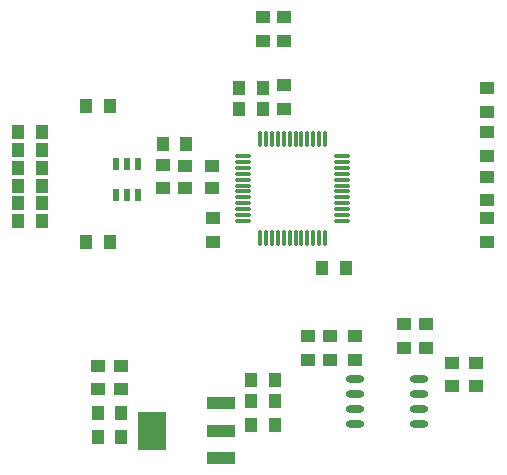
<source format=gtp>
G04 Layer_Color=8421504*
%FSLAX25Y25*%
%MOIN*%
G70*
G01*
G75*
%ADD10R,0.04921X0.03937*%
%ADD11O,0.05512X0.01181*%
%ADD12O,0.01181X0.05512*%
%ADD13R,0.09449X0.12992*%
%ADD14R,0.09449X0.03937*%
%ADD15R,0.05118X0.04134*%
%ADD16R,0.03937X0.04921*%
%ADD17R,0.02362X0.04331*%
G04:AMPARAMS|DCode=18|XSize=61.02mil|YSize=23.62mil|CornerRadius=11.81mil|HoleSize=0mil|Usage=FLASHONLY|Rotation=180.000|XOffset=0mil|YOffset=0mil|HoleType=Round|Shape=RoundedRectangle|*
%AMROUNDEDRECTD18*
21,1,0.06102,0.00000,0,0,180.0*
21,1,0.03740,0.02362,0,0,180.0*
1,1,0.02362,-0.01870,0.00000*
1,1,0.02362,0.01870,0.00000*
1,1,0.02362,0.01870,0.00000*
1,1,0.02362,-0.01870,0.00000*
%
%ADD18ROUNDEDRECTD18*%
D10*
X150787Y49213D02*
D03*
Y41339D02*
D03*
X143307D02*
D03*
Y49213D02*
D03*
X103347Y143701D02*
D03*
Y151575D02*
D03*
X96457D02*
D03*
Y143701D02*
D03*
X62992Y102362D02*
D03*
Y94488D02*
D03*
X79724Y84646D02*
D03*
Y76772D02*
D03*
X103347Y128937D02*
D03*
Y121063D02*
D03*
X49213Y35433D02*
D03*
Y27559D02*
D03*
X41339Y35433D02*
D03*
Y27559D02*
D03*
X159449Y28543D02*
D03*
Y36417D02*
D03*
X111417Y45276D02*
D03*
Y37402D02*
D03*
X118898D02*
D03*
Y45276D02*
D03*
X126969Y37402D02*
D03*
Y45276D02*
D03*
X167323Y28543D02*
D03*
Y36417D02*
D03*
X171260Y76772D02*
D03*
Y84646D02*
D03*
Y98425D02*
D03*
Y90551D02*
D03*
Y127953D02*
D03*
Y120079D02*
D03*
Y105315D02*
D03*
Y113189D02*
D03*
D11*
X89764Y105315D02*
D03*
Y103347D02*
D03*
Y101378D02*
D03*
Y99410D02*
D03*
Y97441D02*
D03*
Y95472D02*
D03*
Y93504D02*
D03*
Y91535D02*
D03*
Y89567D02*
D03*
Y87598D02*
D03*
Y85630D02*
D03*
Y83661D02*
D03*
X122835D02*
D03*
Y85630D02*
D03*
Y87598D02*
D03*
Y89567D02*
D03*
Y91535D02*
D03*
Y93504D02*
D03*
Y95472D02*
D03*
Y97441D02*
D03*
Y99410D02*
D03*
Y101378D02*
D03*
Y103347D02*
D03*
Y105315D02*
D03*
D12*
X95472Y77953D02*
D03*
X97441D02*
D03*
X99410D02*
D03*
X101378D02*
D03*
X103347D02*
D03*
X105315D02*
D03*
X107283D02*
D03*
X109252D02*
D03*
X111221D02*
D03*
X113189D02*
D03*
X115157D02*
D03*
X117126D02*
D03*
Y111024D02*
D03*
X115157D02*
D03*
X113189D02*
D03*
X111221D02*
D03*
X109252D02*
D03*
X107283D02*
D03*
X105315D02*
D03*
X103347D02*
D03*
X101378D02*
D03*
X99410D02*
D03*
X97441D02*
D03*
X95472D02*
D03*
D13*
X59449Y13780D02*
D03*
D14*
X82284Y22835D02*
D03*
Y13780D02*
D03*
Y4724D02*
D03*
D15*
X70276Y94784D02*
D03*
Y102067D02*
D03*
X79331D02*
D03*
Y94784D02*
D03*
D16*
X70866Y109252D02*
D03*
X62992D02*
D03*
X22638Y107283D02*
D03*
X14764D02*
D03*
Y83661D02*
D03*
X22638D02*
D03*
Y89567D02*
D03*
X14764D02*
D03*
X22638Y95472D02*
D03*
X14764D02*
D03*
X22638Y101378D02*
D03*
X14764D02*
D03*
Y113189D02*
D03*
X22638D02*
D03*
X45276Y122047D02*
D03*
X37402D02*
D03*
Y76772D02*
D03*
X45276D02*
D03*
X116142Y67913D02*
D03*
X124016D02*
D03*
X96457Y121063D02*
D03*
X88583D02*
D03*
X96457Y127953D02*
D03*
X88583D02*
D03*
X92520Y30512D02*
D03*
X100394D02*
D03*
Y23622D02*
D03*
X92520D02*
D03*
X100394Y15748D02*
D03*
X92520D02*
D03*
X49213Y19685D02*
D03*
X41339D02*
D03*
Y11811D02*
D03*
X49213D02*
D03*
D17*
X54921Y102559D02*
D03*
X51181D02*
D03*
X47441D02*
D03*
Y92323D02*
D03*
X51181D02*
D03*
X54921D02*
D03*
D18*
X148425Y16122D02*
D03*
Y21122D02*
D03*
Y26122D02*
D03*
Y31122D02*
D03*
X127165D02*
D03*
Y26122D02*
D03*
Y21122D02*
D03*
Y16122D02*
D03*
M02*

</source>
